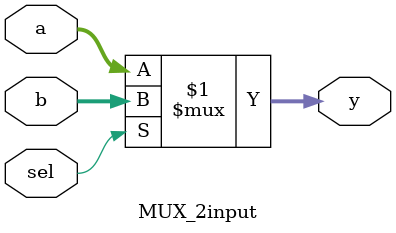
<source format=v>
module MUX_2input(
    input [31:0] a,      // 첫 번째 입력
    input [31:0] b,      // 두 번째 입력
    input sel,    // 선택 신호
    output  [31:0] y      // 출력 신호
);

assign y = (sel) ? b : a;

endmodule

</source>
